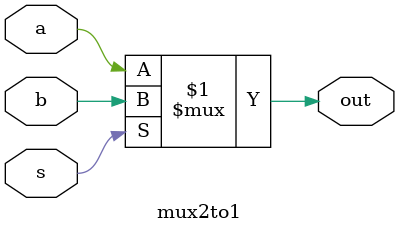
<source format=v>
module part3(SW, KEY, LEDR);
input [9:0] SW;
input [3:0] KEY;
output [7:0] LEDR;

rotatingRegister r1(
.clock(KEY[0]),
.reset(SW[9]),
.parallelLoadIn(KEY[1]),
.rotateRight(KEY[2]),
.ASright(KEY[3]),
.dataIn(SW[7:0]),
.Q(LEDR[7:0])
);
endmodule

module rotatingRegister(input reset, clock, parallelLoadIn,
rotateRight, ASright, input [7:0] dataIn, output [7:0] Q);
wire [7:0] q;
wire AS;
mux2to1 AS_Shift(.s(ASright), .a(q[7]), .b(q[0]), .out(AS));

singleBitRotatingRegister bit7(.clk(clock), .reset(reset),
.loadIn(parallelLoadIn), .rotateRight(rotateRight),
   .dataIn(dataIn[7]), .Qleft(AS), .Qright(q[6]), .Q(q[7]));

singleBitRotatingRegister bit6(.clk(clock), .reset(reset),
.loadIn(parallelLoadIn), .rotateRight(rotateRight),
   .dataIn(dataIn[6]), .Qleft(q[7]), .Qright(q[5]), .Q(q[6]));

singleBitRotatingRegister bit5(.clk(clock), .reset(reset),
.loadIn(parallelLoadIn), .rotateRight(rotateRight),
   .dataIn(dataIn[5]), .Qleft(q[6]), .Qright(q[4]), .Q(q[5]));

singleBitRotatingRegister bit4(.clk(clock), .reset(reset),
.loadIn(parallelLoadIn), .rotateRight(rotateRight),
   .dataIn(dataIn[4]), .Qleft(q[5]), .Qright(q[3]), .Q(q[4]));

singleBitRotatingRegister bit3(.clk(clock), .reset(reset),
.loadIn(parallelLoadIn), .rotateRight(rotateRight),
   .dataIn(dataIn[3]), .Qleft(q[4]), .Qright(q[2]), .Q(q[3]));

singleBitRotatingRegister bit2(.clk(clock), .reset(reset),
.loadIn(parallelLoadIn), .rotateRight(rotateRight),
   .dataIn(dataIn[2]), .Qleft(q[3]), .Qright(q[1]), .Q(q[2]));

singleBitRotatingRegister bit1(.clk(clock), .reset(reset),
.loadIn(parallelLoadIn), .rotateRight(rotateRight),
   .dataIn(dataIn[1]), .Qleft(q[2]), .Qright(q[0]), .Q(q[1]));

singleBitRotatingRegister bit0(.clk(clock), .reset(reset),
.loadIn(parallelLoadIn), .rotateRight(rotateRight),
   .dataIn(dataIn[0]), .Qleft(q[1]), .Qright(q[7]), .Q(q[0]));

assign Q = q;

endmodule

module singleBitRotatingRegister(input clk, reset, loadIn,
rotateRight, dataIn, Qleft, Qright, output Q);
wire w1, Win;

mux2to1 rotate  (.s(rotateRight), .a(Qleft), .b(Qright), .out(w1));
mux2to1 load    (.s(loadIn), .a(w1), .b(dataIn), .out(Win));

D_ff flipflop(.D(Win), .reset(reset), .clk(clk), .Q(Q));
endmodule


module D_ff (input D, reset, clk, output reg Q);
always @(posedge clk)
begin
if (reset == 1'b1)
Q <= 0;
else
Q <= D;
end
endmodule

module mux2to1(input s, a, b, output out);
assign out = s?b:a;
endmodule

</source>
